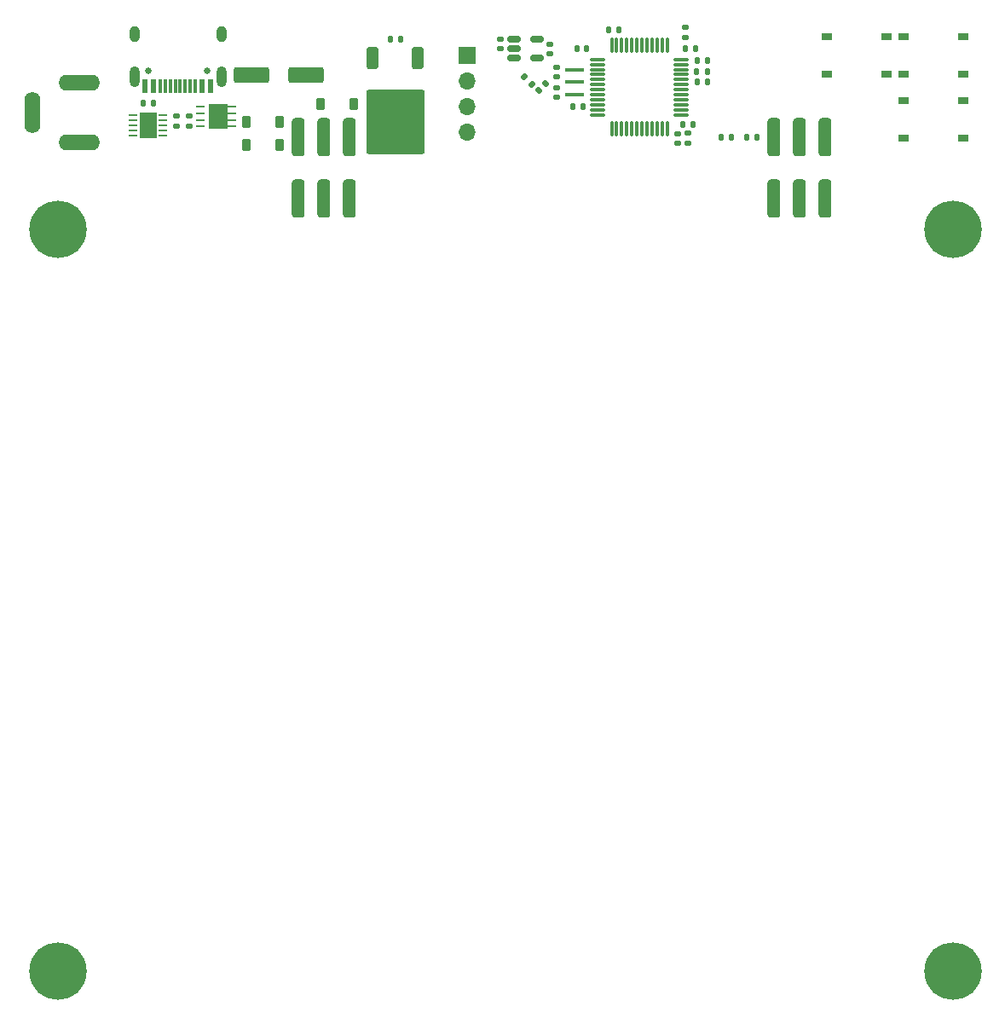
<source format=gbr>
%TF.GenerationSoftware,KiCad,Pcbnew,8.0.1*%
%TF.CreationDate,2024-04-01T19:00:04-04:00*%
%TF.ProjectId,Reflow Plate,5265666c-6f77-4205-906c-6174652e6b69,rev?*%
%TF.SameCoordinates,Original*%
%TF.FileFunction,Soldermask,Top*%
%TF.FilePolarity,Negative*%
%FSLAX46Y46*%
G04 Gerber Fmt 4.6, Leading zero omitted, Abs format (unit mm)*
G04 Created by KiCad (PCBNEW 8.0.1) date 2024-04-01 19:00:04*
%MOMM*%
%LPD*%
G01*
G04 APERTURE LIST*
G04 Aperture macros list*
%AMRoundRect*
0 Rectangle with rounded corners*
0 $1 Rounding radius*
0 $2 $3 $4 $5 $6 $7 $8 $9 X,Y pos of 4 corners*
0 Add a 4 corners polygon primitive as box body*
4,1,4,$2,$3,$4,$5,$6,$7,$8,$9,$2,$3,0*
0 Add four circle primitives for the rounded corners*
1,1,$1+$1,$2,$3*
1,1,$1+$1,$4,$5*
1,1,$1+$1,$6,$7*
1,1,$1+$1,$8,$9*
0 Add four rect primitives between the rounded corners*
20,1,$1+$1,$2,$3,$4,$5,0*
20,1,$1+$1,$4,$5,$6,$7,0*
20,1,$1+$1,$6,$7,$8,$9,0*
20,1,$1+$1,$8,$9,$2,$3,0*%
G04 Aperture macros list end*
%ADD10C,0.000000*%
%ADD11RoundRect,0.135000X0.185000X-0.135000X0.185000X0.135000X-0.185000X0.135000X-0.185000X-0.135000X0*%
%ADD12RoundRect,0.225000X0.225000X0.375000X-0.225000X0.375000X-0.225000X-0.375000X0.225000X-0.375000X0*%
%ADD13RoundRect,0.135000X-0.135000X-0.185000X0.135000X-0.185000X0.135000X0.185000X-0.135000X0.185000X0*%
%ADD14RoundRect,0.135000X0.135000X0.185000X-0.135000X0.185000X-0.135000X-0.185000X0.135000X-0.185000X0*%
%ADD15RoundRect,0.150000X-0.512500X-0.150000X0.512500X-0.150000X0.512500X0.150000X-0.512500X0.150000X0*%
%ADD16R,1.000000X0.750000*%
%ADD17R,1.700000X1.700000*%
%ADD18O,1.700000X1.700000*%
%ADD19R,0.812800X0.254000*%
%ADD20R,0.025400X0.025400*%
%ADD21C,5.700000*%
%ADD22RoundRect,0.317500X-0.317500X-1.587500X0.317500X-1.587500X0.317500X1.587500X-0.317500X1.587500X0*%
%ADD23RoundRect,0.250000X1.500000X0.550000X-1.500000X0.550000X-1.500000X-0.550000X1.500000X-0.550000X0*%
%ADD24RoundRect,0.075000X-0.662500X-0.075000X0.662500X-0.075000X0.662500X0.075000X-0.662500X0.075000X0*%
%ADD25RoundRect,0.075000X-0.075000X-0.662500X0.075000X-0.662500X0.075000X0.662500X-0.075000X0.662500X0*%
%ADD26RoundRect,0.135000X-0.185000X0.135000X-0.185000X-0.135000X0.185000X-0.135000X0.185000X0.135000X0*%
%ADD27RoundRect,0.250000X-0.350000X0.850000X-0.350000X-0.850000X0.350000X-0.850000X0.350000X0.850000X0*%
%ADD28RoundRect,0.249997X-2.650003X2.950003X-2.650003X-2.950003X2.650003X-2.950003X2.650003X2.950003X0*%
%ADD29RoundRect,0.062500X-0.350000X-0.062500X0.350000X-0.062500X0.350000X0.062500X-0.350000X0.062500X0*%
%ADD30R,1.700000X2.500000*%
%ADD31R,1.900000X0.400000*%
%ADD32RoundRect,0.225000X-0.225000X-0.375000X0.225000X-0.375000X0.225000X0.375000X-0.225000X0.375000X0*%
%ADD33RoundRect,0.140000X-0.170000X0.140000X-0.170000X-0.140000X0.170000X-0.140000X0.170000X0.140000X0*%
%ADD34RoundRect,0.140000X0.140000X0.170000X-0.140000X0.170000X-0.140000X-0.170000X0.140000X-0.170000X0*%
%ADD35RoundRect,0.135000X-0.226274X-0.035355X-0.035355X-0.226274X0.226274X0.035355X0.035355X0.226274X0*%
%ADD36O,4.100000X1.600000*%
%ADD37O,1.600000X4.100000*%
%ADD38RoundRect,0.135000X0.035355X-0.226274X0.226274X-0.035355X-0.035355X0.226274X-0.226274X0.035355X0*%
%ADD39RoundRect,0.317500X0.317500X1.587500X-0.317500X1.587500X-0.317500X-1.587500X0.317500X-1.587500X0*%
%ADD40RoundRect,0.140000X-0.140000X-0.170000X0.140000X-0.170000X0.140000X0.170000X-0.140000X0.170000X0*%
%ADD41RoundRect,0.140000X0.170000X-0.140000X0.170000X0.140000X-0.170000X0.140000X-0.170000X-0.140000X0*%
%ADD42C,0.650000*%
%ADD43R,0.600000X1.450000*%
%ADD44R,0.300000X1.450000*%
%ADD45O,1.000000X2.100000*%
%ADD46O,1.000000X1.600000*%
G04 APERTURE END LIST*
D10*
%TO.C,MOSFET1*%
G36*
X112141000Y-46685200D02*
G01*
X110312200Y-46685200D01*
X110312200Y-44246800D01*
X112141000Y-44246800D01*
X112141000Y-46685200D01*
G37*
%TD*%
D11*
%TO.C,R6*%
X157607000Y-37594000D03*
X157607000Y-36574000D03*
%TD*%
D12*
%TO.C,D1*%
X117270800Y-48260000D03*
X113970800Y-48260000D03*
%TD*%
D13*
%TO.C,R10*%
X158746315Y-41043281D03*
X159766315Y-41043281D03*
%TD*%
D14*
%TO.C,R11*%
X159768000Y-39878000D03*
X158748000Y-39878000D03*
%TD*%
%TO.C,R14*%
X164721000Y-47498000D03*
X163701000Y-47498000D03*
%TD*%
D15*
%TO.C,U2*%
X140594500Y-37785000D03*
X140594500Y-38735000D03*
X140594500Y-39685000D03*
X142869500Y-39685000D03*
X142869500Y-37785000D03*
%TD*%
D16*
%TO.C,SW3*%
X185245000Y-41245000D03*
X179245000Y-41245000D03*
X185245000Y-37495000D03*
X179245000Y-37495000D03*
%TD*%
D17*
%TO.C,J7*%
X135890000Y-39380000D03*
D18*
X135890000Y-41920000D03*
X135890000Y-44460000D03*
X135890000Y-47000000D03*
%TD*%
D11*
%TO.C,R5*%
X157861000Y-48135000D03*
X157861000Y-47115000D03*
%TD*%
D19*
%TO.C,MOSFET1*%
X109448600Y-44491001D03*
X109448600Y-45140999D03*
X109448600Y-45791001D03*
X109448600Y-46440999D03*
X112547400Y-46440999D03*
X112547400Y-45791001D03*
X112547400Y-45140999D03*
X112547400Y-44491001D03*
D20*
X110998000Y-45466000D03*
%TD*%
D21*
%TO.C,REF\u002A\u002A*%
X95250000Y-130302000D03*
%TD*%
D13*
%TO.C,R9*%
X158748000Y-42037000D03*
X159768000Y-42037000D03*
%TD*%
D12*
%TO.C,D2*%
X117270800Y-46024800D03*
X113970800Y-46024800D03*
%TD*%
D22*
%TO.C,J3*%
X119176800Y-53594000D03*
X121716800Y-53594000D03*
X124256800Y-53594000D03*
%TD*%
D23*
%TO.C,C4*%
X119895600Y-41300400D03*
X114495600Y-41300400D03*
%TD*%
D21*
%TO.C,REF\u002A\u002A*%
X95250000Y-56642000D03*
%TD*%
D14*
%TO.C,R4*%
X129288000Y-37820600D03*
X128268000Y-37820600D03*
%TD*%
D21*
%TO.C,REF\u002A\u002A*%
X184150000Y-56642000D03*
%TD*%
D24*
%TO.C,U3*%
X148872500Y-39795000D03*
X148872500Y-40295000D03*
X148872500Y-40795000D03*
X148872500Y-41295000D03*
X148872500Y-41795000D03*
X148872500Y-42295000D03*
X148872500Y-42795000D03*
X148872500Y-43295000D03*
X148872500Y-43795000D03*
X148872500Y-44295000D03*
X148872500Y-44795000D03*
X148872500Y-45295000D03*
D25*
X150285000Y-46707500D03*
X150785000Y-46707500D03*
X151285000Y-46707500D03*
X151785000Y-46707500D03*
X152285000Y-46707500D03*
X152785000Y-46707500D03*
X153285000Y-46707500D03*
X153785000Y-46707500D03*
X154285000Y-46707500D03*
X154785000Y-46707500D03*
X155285000Y-46707500D03*
X155785000Y-46707500D03*
D24*
X157197500Y-45295000D03*
X157197500Y-44795000D03*
X157197500Y-44295000D03*
X157197500Y-43795000D03*
X157197500Y-43295000D03*
X157197500Y-42795000D03*
X157197500Y-42295000D03*
X157197500Y-41795000D03*
X157197500Y-41295000D03*
X157197500Y-40795000D03*
X157197500Y-40295000D03*
X157197500Y-39795000D03*
D25*
X155785000Y-38382500D03*
X155285000Y-38382500D03*
X154785000Y-38382500D03*
X154285000Y-38382500D03*
X153785000Y-38382500D03*
X153285000Y-38382500D03*
X152785000Y-38382500D03*
X152285000Y-38382500D03*
X151785000Y-38382500D03*
X151285000Y-38382500D03*
X150785000Y-38382500D03*
X150285000Y-38382500D03*
%TD*%
D14*
%TO.C,R15*%
X162181000Y-47498000D03*
X161161000Y-47498000D03*
%TD*%
D26*
%TO.C,R2*%
X108305600Y-45362400D03*
X108305600Y-46382400D03*
%TD*%
%TO.C,R1*%
X107086400Y-45362401D03*
X107086400Y-46382399D03*
%TD*%
D27*
%TO.C,Q2*%
X131058000Y-39664000D03*
D28*
X128778000Y-45964000D03*
D27*
X126498000Y-39664000D03*
%TD*%
D29*
%TO.C,U1*%
X102779100Y-45329600D03*
X102779100Y-45829600D03*
X102779100Y-46329600D03*
X102779100Y-46829600D03*
X102779100Y-47329600D03*
X105704100Y-47329600D03*
X105704100Y-46829600D03*
X105704100Y-46329600D03*
X105704100Y-45829600D03*
X105704100Y-45329600D03*
D30*
X104241600Y-46329600D03*
%TD*%
D31*
%TO.C,Y1*%
X146608800Y-40845086D03*
X146608800Y-42045086D03*
X146608800Y-43245086D03*
%TD*%
D32*
%TO.C,D3*%
X121336800Y-44246800D03*
X124636800Y-44246800D03*
%TD*%
D14*
%TO.C,R3*%
X104751600Y-44094400D03*
X103731600Y-44094400D03*
%TD*%
D33*
%TO.C,C1*%
X139192000Y-37747000D03*
X139192000Y-38707000D03*
%TD*%
D16*
%TO.C,SW4*%
X179245000Y-43845000D03*
X185245000Y-43845000D03*
X179245000Y-47595000D03*
X185245000Y-47595000D03*
%TD*%
D34*
%TO.C,C7*%
X147419000Y-44450000D03*
X146459000Y-44450000D03*
%TD*%
D35*
%TO.C,R12*%
X141625376Y-41549376D03*
X142346624Y-42270624D03*
%TD*%
D36*
%TO.C,J1*%
X97410000Y-48035000D03*
X97410000Y-42135000D03*
D37*
X92710000Y-45085000D03*
%TD*%
D22*
%TO.C,J4*%
X166370000Y-53594000D03*
X168910000Y-53594000D03*
X171450000Y-53594000D03*
%TD*%
D38*
%TO.C,R13*%
X143022376Y-42905624D03*
X143743624Y-42184376D03*
%TD*%
D16*
%TO.C,SW2*%
X171625000Y-37495000D03*
X177625000Y-37495000D03*
X171625000Y-41245000D03*
X177625000Y-41245000D03*
%TD*%
D33*
%TO.C,C6*%
X144780000Y-42573000D03*
X144780000Y-43533000D03*
%TD*%
D39*
%TO.C,J6*%
X171450000Y-47498000D03*
X168910000Y-47498000D03*
X166370000Y-47498000D03*
%TD*%
D40*
%TO.C,C11*%
X150015000Y-36830000D03*
X150975000Y-36830000D03*
%TD*%
D21*
%TO.C,REF\u002A\u002A*%
X184150000Y-130302000D03*
%TD*%
D39*
%TO.C,J5*%
X124256800Y-47498000D03*
X121716800Y-47498000D03*
X119176800Y-47498000D03*
%TD*%
D13*
%TO.C,R7*%
X157351000Y-46228000D03*
X158371000Y-46228000D03*
%TD*%
D33*
%TO.C,C2*%
X144145000Y-38255000D03*
X144145000Y-39215000D03*
%TD*%
D41*
%TO.C,C5*%
X144780000Y-41501000D03*
X144780000Y-40541000D03*
%TD*%
D33*
%TO.C,C8*%
X156845000Y-47145000D03*
X156845000Y-48105000D03*
%TD*%
D34*
%TO.C,C10*%
X147800000Y-38735000D03*
X146840000Y-38735000D03*
%TD*%
D40*
%TO.C,C9*%
X157635000Y-38735000D03*
X158595000Y-38735000D03*
%TD*%
D42*
%TO.C,J2*%
X110078000Y-40954000D03*
X104298000Y-40954000D03*
D43*
X110438000Y-42399000D03*
X109638000Y-42399000D03*
D44*
X108438000Y-42399000D03*
X107438000Y-42399000D03*
X106938000Y-42399000D03*
X105938000Y-42399000D03*
D43*
X104738000Y-42399000D03*
X103938000Y-42399000D03*
X103938000Y-42399000D03*
X104738000Y-42399000D03*
D44*
X105438000Y-42399000D03*
X106438000Y-42399000D03*
X107938000Y-42399000D03*
X108938000Y-42399000D03*
D43*
X109638000Y-42399000D03*
X110438000Y-42399000D03*
D45*
X111508000Y-41484000D03*
D46*
X111508000Y-37304000D03*
D45*
X102868000Y-41484000D03*
D46*
X102868000Y-37304000D03*
%TD*%
M02*

</source>
